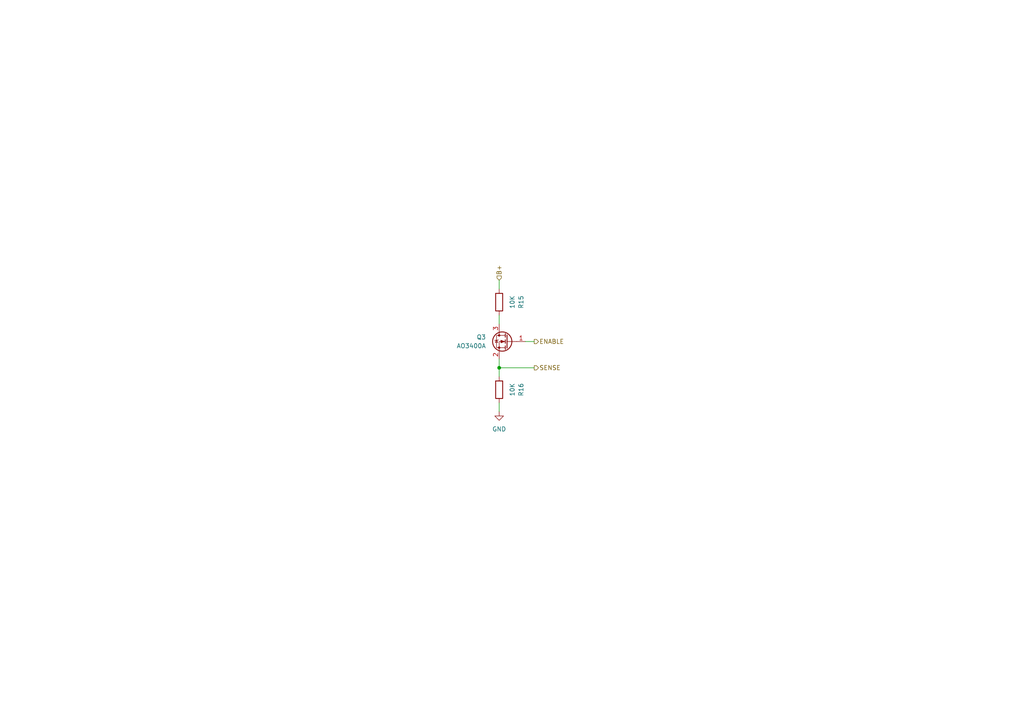
<source format=kicad_sch>
(kicad_sch (version 20231120) (generator "eeschema") (generator_version "8.0")
  (paper "A4")
  (lib_symbols
    (symbol "Device:R" (pin_numbers hide) (pin_names (offset 0))
      (property "Reference" "R" (at 2.032 0 90))
      (property "Value" "R" (at 0 0 90))
      (symbol "R_0_1"
        (rectangle (start -1.016 -2.54) (end 1.016 2.54) (stroke (width 0.254)))
      )
      (symbol "R_1_1"
        (pin passive line (at 0 3.81 270) (length 1.27) (name "~") (number "1"))
        (pin passive line (at 0 -3.81 90) (length 1.27) (name "~") (number "2"))
      )
    )
    (symbol "Transistor_FET:AO3400A" (pin_names hide)
      (property "Reference" "Q" (at 5.08 1.905 0))
      (property "Value" "AO3400A" (at 5.08 0 0))
      (symbol "AO3400A_0_1"
        (polyline (pts (xy 0.254 0) (xy -2.54 0)))
        (polyline (pts (xy 0.254 1.905) (xy 0.254 -1.905)) (stroke (width 0.254)))
        (polyline (pts (xy 0.762 -1.27) (xy 0.762 -2.286)) (stroke (width 0.254)))
        (polyline (pts (xy 0.762 0.508) (xy 0.762 -0.508)) (stroke (width 0.254)))
        (polyline (pts (xy 0.762 2.286) (xy 0.762 1.27)) (stroke (width 0.254)))
        (polyline (pts (xy 2.54 2.54) (xy 2.54 1.778)))
        (polyline (pts (xy 2.54 -2.54) (xy 2.54 0) (xy 0.762 0)))
        (polyline (pts (xy 0.762 -1.778) (xy 3.302 -1.778) (xy 3.302 1.778) (xy 0.762 1.778)))
        (polyline (pts (xy 1.016 0) (xy 2.032 0.381) (xy 2.032 -0.381) (xy 1.016 0)) (fill (type outline)))
        (polyline (pts (xy 2.794 0.508) (xy 2.921 0.381) (xy 3.683 0.381) (xy 3.81 0.254)))
        (polyline (pts (xy 3.302 0.381) (xy 2.921 -0.254) (xy 3.683 -0.254) (xy 3.302 0.381)))
        (circle (center 1.651 0) (radius 2.794) (stroke (width 0.254)))
        (circle (center 2.54 -1.778) (radius 0.254) (fill (type outline)))
        (circle (center 2.54 1.778) (radius 0.254) (fill (type outline)))
      )
      (symbol "AO3400A_1_1"
        (pin input line (at -5.08 0 0) (length 2.54) (name "G") (number "1"))
        (pin passive line (at 2.54 -5.08 90) (length 2.54) (name "S") (number "2"))
        (pin passive line (at 2.54 5.08 270) (length 2.54) (name "D") (number "3"))
      )
    )
    (symbol "power:GND" (power) (pin_numbers hide) (pin_names (offset 0) hide)
      (property "Value" "GND" (at 0 -3.81 0))
      (symbol "GND_0_1"
        (polyline (pts (xy 0 0) (xy 0 -1.27) (xy 1.27 -1.27) (xy 0 -2.54) (xy -1.27 -1.27) (xy 0 -1.27)))
      )
      (symbol "GND_1_1"
        (pin power_in line (at 0 0 270) (length 0) (name "~") (number "1"))
      )
    )
  )
  (junction (at 144.78 106.68))
  (wire (pts (xy 144.78 91.44) (xy 144.78 93.98)))
  (wire (pts (xy 144.78 81.28) (xy 144.78 83.82)))
  (wire (pts (xy 144.78 106.68) (xy 144.78 109.22)))
  (wire (pts (xy 144.78 106.68) (xy 154.94 106.68)))
  (wire (pts (xy 144.78 119.38) (xy 144.78 116.84)))
  (wire (pts (xy 152.4 99.06) (xy 154.94 99.06)))
  (wire (pts (xy 144.78 104.14) (xy 144.78 106.68)))
  (hierarchical_label "ENABLE" (shape output) (at 154.94 99.06 0))
  (hierarchical_label "B+" (shape input) (at 144.78 81.28 90))
  (hierarchical_label "SENSE" (shape output) (at 154.94 106.68 0))
  (symbol (lib_id "Transistor_FET:AO3400A") (at 147.32 99.06 0) (mirror y) (unit 1)
    (property "Reference" "Q3" (at 140.97 97.7899 0) (effects (justify left)))
    (property "Value" "AO3400A" (at 140.97 100.3299 0) (effects (justify left)))
    (property "Footprint" "Package_TO_SOT_SMD:SOT-23" (effects (hide yes)))
    (property "Datasheet" "http://www.aosmd.com/pdfs/datasheet/AO3400A.pdf" (effects (hide yes)))
    (property "Description" "30V Vds, 5.7A Id, N-Channel MOSFET, SOT-23" (effects (hide yes)))
  )
  (symbol (lib_id "Device:R") (at 144.78 87.63 0) (mirror y) (unit 1)
    (property "Reference" "R15" (at 151.13 87.63 90))
    (property "Value" "10K" (at 148.59 87.63 90))
    (property "Footprint" "Resistor_SMD:R_0402_1005Metric" (effects (hide yes)))
    (property "Description" "Resistor" (effects (hide yes)))
    (property "LCSC Part" "C25744" (effects (hide yes)))
  )
  (symbol (lib_id "Device:R") (at 144.78 113.03 0) (mirror y) (unit 1)
    (property "Reference" "R16" (at 151.13 113.03 90))
    (property "Value" "10K" (at 148.59 113.03 90))
    (property "Footprint" "Resistor_SMD:R_0402_1005Metric" (effects (hide yes)))
    (property "Description" "Resistor" (effects (hide yes)))
    (property "LCSC Part" "C25744" (effects (hide yes)))
  )
  (symbol (lib_id "power:GND") (at 144.78 119.38 0) (unit 1)
    (property "Reference" "#PWR016" (effects (hide yes)))
    (property "Value" "GND" (at 144.78 124.46 0))
    (property "Description" "Power symbol creates a global label with name \"GND\" , ground" (effects (hide yes)))
  )
)
</source>
